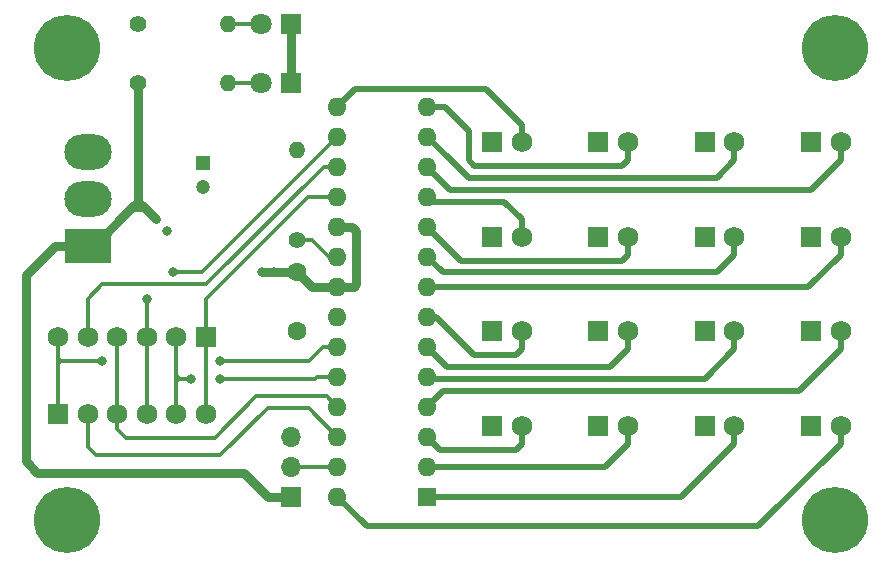
<source format=gbr>
G04 #@! TF.GenerationSoftware,KiCad,Pcbnew,(5.0.0)*
G04 #@! TF.CreationDate,2018-12-11T22:23:17+01:00*
G04 #@! TF.ProjectId,TLC5940_LED_driver_board-rev_1.0,544C43353934305F4C45445F64726976,rev?*
G04 #@! TF.SameCoordinates,Original*
G04 #@! TF.FileFunction,Copper,L1,Top,Signal*
G04 #@! TF.FilePolarity,Positive*
%FSLAX46Y46*%
G04 Gerber Fmt 4.6, Leading zero omitted, Abs format (unit mm)*
G04 Created by KiCad (PCBNEW (5.0.0)) date 12/11/18 22:23:17*
%MOMM*%
%LPD*%
G01*
G04 APERTURE LIST*
G04 #@! TA.AperFunction,ComponentPad*
%ADD10O,1.600000X1.600000*%
G04 #@! TD*
G04 #@! TA.AperFunction,ComponentPad*
%ADD11R,1.600000X1.600000*%
G04 #@! TD*
G04 #@! TA.AperFunction,ComponentPad*
%ADD12R,1.750000X1.750000*%
G04 #@! TD*
G04 #@! TA.AperFunction,ComponentPad*
%ADD13C,1.750000*%
G04 #@! TD*
G04 #@! TA.AperFunction,ComponentPad*
%ADD14C,5.600000*%
G04 #@! TD*
G04 #@! TA.AperFunction,ComponentPad*
%ADD15C,1.200000*%
G04 #@! TD*
G04 #@! TA.AperFunction,ComponentPad*
%ADD16R,1.200000X1.200000*%
G04 #@! TD*
G04 #@! TA.AperFunction,ComponentPad*
%ADD17O,1.700000X1.700000*%
G04 #@! TD*
G04 #@! TA.AperFunction,ComponentPad*
%ADD18R,1.700000X1.700000*%
G04 #@! TD*
G04 #@! TA.AperFunction,ComponentPad*
%ADD19O,1.400000X1.400000*%
G04 #@! TD*
G04 #@! TA.AperFunction,ComponentPad*
%ADD20C,1.400000*%
G04 #@! TD*
G04 #@! TA.AperFunction,ComponentPad*
%ADD21O,4.000000X3.000000*%
G04 #@! TD*
G04 #@! TA.AperFunction,ComponentPad*
%ADD22R,4.000000X3.000000*%
G04 #@! TD*
G04 #@! TA.AperFunction,ComponentPad*
%ADD23C,1.800000*%
G04 #@! TD*
G04 #@! TA.AperFunction,ComponentPad*
%ADD24R,1.800000X1.800000*%
G04 #@! TD*
G04 #@! TA.AperFunction,ComponentPad*
%ADD25C,1.600000*%
G04 #@! TD*
G04 #@! TA.AperFunction,ViaPad*
%ADD26C,0.800000*%
G04 #@! TD*
G04 #@! TA.AperFunction,Conductor*
%ADD27C,0.750000*%
G04 #@! TD*
G04 #@! TA.AperFunction,Conductor*
%ADD28C,0.500000*%
G04 #@! TD*
G04 #@! TA.AperFunction,Conductor*
%ADD29C,0.350000*%
G04 #@! TD*
G04 APERTURE END LIST*
D10*
G04 #@! TO.P,U1,28*
G04 #@! TO.N,Net-(J0-Pad2)*
X42880000Y-58000000D03*
G04 #@! TO.P,U1,14*
G04 #@! TO.N,Net-(J14-Pad2)*
X50500000Y-24980000D03*
G04 #@! TO.P,U1,27*
G04 #@! TO.N,Net-(J16-Pad2)*
X42880000Y-55460000D03*
G04 #@! TO.P,U1,13*
G04 #@! TO.N,Net-(J13-Pad2)*
X50500000Y-27520000D03*
G04 #@! TO.P,U1,26*
G04 #@! TO.N,Net-(J17-Pad2)*
X42880000Y-52920000D03*
G04 #@! TO.P,U1,12*
G04 #@! TO.N,Net-(J12-Pad2)*
X50500000Y-30060000D03*
G04 #@! TO.P,U1,25*
G04 #@! TO.N,Net-(J17-Pad3)*
X42880000Y-50380000D03*
G04 #@! TO.P,U1,11*
G04 #@! TO.N,Net-(J11-Pad2)*
X50500000Y-32600000D03*
G04 #@! TO.P,U1,24*
G04 #@! TO.N,Net-(J17-Pad5)*
X42880000Y-47840000D03*
G04 #@! TO.P,U1,10*
G04 #@! TO.N,Net-(J10-Pad2)*
X50500000Y-35140000D03*
G04 #@! TO.P,U1,23*
G04 #@! TO.N,Net-(J17-Pad1)*
X42880000Y-45300000D03*
G04 #@! TO.P,U1,9*
G04 #@! TO.N,Net-(J9-Pad2)*
X50500000Y-37680000D03*
G04 #@! TO.P,U1,22*
G04 #@! TO.N,GND*
X42880000Y-42760000D03*
G04 #@! TO.P,U1,8*
G04 #@! TO.N,Net-(J8-Pad2)*
X50500000Y-40220000D03*
G04 #@! TO.P,U1,21*
G04 #@! TO.N,VCC*
X42880000Y-40220000D03*
G04 #@! TO.P,U1,7*
G04 #@! TO.N,Net-(J7-Pad2)*
X50500000Y-42760000D03*
G04 #@! TO.P,U1,20*
G04 #@! TO.N,Net-(R1-Pad1)*
X42880000Y-37680000D03*
G04 #@! TO.P,U1,6*
G04 #@! TO.N,Net-(J6-Pad2)*
X50500000Y-45300000D03*
G04 #@! TO.P,U1,19*
G04 #@! TO.N,VCC*
X42880000Y-35140000D03*
G04 #@! TO.P,U1,5*
G04 #@! TO.N,Net-(J5-Pad2)*
X50500000Y-47840000D03*
G04 #@! TO.P,U1,18*
G04 #@! TO.N,Net-(J17-Pad6)*
X42880000Y-32600000D03*
G04 #@! TO.P,U1,4*
G04 #@! TO.N,Net-(J4-Pad2)*
X50500000Y-50380000D03*
G04 #@! TO.P,U1,17*
G04 #@! TO.N,Net-(J18-Pad5)*
X42880000Y-30060000D03*
G04 #@! TO.P,U1,3*
G04 #@! TO.N,Net-(J3-Pad2)*
X50500000Y-52920000D03*
G04 #@! TO.P,U1,16*
G04 #@! TO.N,Net-(J17-Pad4)*
X42880000Y-27520000D03*
G04 #@! TO.P,U1,2*
G04 #@! TO.N,Net-(J2-Pad2)*
X50500000Y-55460000D03*
G04 #@! TO.P,U1,15*
G04 #@! TO.N,Net-(J15-Pad2)*
X42880000Y-24980000D03*
D11*
G04 #@! TO.P,U1,1*
G04 #@! TO.N,Net-(J1-Pad2)*
X50500000Y-58000000D03*
G04 #@! TD*
D12*
G04 #@! TO.P,J4,1*
G04 #@! TO.N,+12V*
X83000000Y-44000000D03*
D13*
G04 #@! TO.P,J4,2*
G04 #@! TO.N,Net-(J4-Pad2)*
X85500000Y-44000000D03*
G04 #@! TD*
D12*
G04 #@! TO.P,J11,1*
G04 #@! TO.N,+12V*
X56000000Y-36000000D03*
D13*
G04 #@! TO.P,J11,2*
G04 #@! TO.N,Net-(J11-Pad2)*
X58500000Y-36000000D03*
G04 #@! TD*
D14*
G04 #@! TO.P,REF\002A\002A,1*
G04 #@! TO.N,N/C*
X20000000Y-20000000D03*
G04 #@! TD*
G04 #@! TO.P,REF\002A\002A,1*
G04 #@! TO.N,N/C*
X85000000Y-60000000D03*
G04 #@! TD*
G04 #@! TO.P,REF\002A\002A,1*
G04 #@! TO.N,N/C*
X20000000Y-60000000D03*
G04 #@! TD*
D15*
G04 #@! TO.P,C2,2*
G04 #@! TO.N,GND*
X31500000Y-31750000D03*
D16*
G04 #@! TO.P,C2,1*
G04 #@! TO.N,+12V*
X31500000Y-29750000D03*
G04 #@! TD*
D12*
G04 #@! TO.P,J0,1*
G04 #@! TO.N,+12V*
X83000000Y-52000000D03*
D13*
G04 #@! TO.P,J0,2*
G04 #@! TO.N,Net-(J0-Pad2)*
X85500000Y-52000000D03*
G04 #@! TD*
G04 #@! TO.P,J1,2*
G04 #@! TO.N,Net-(J1-Pad2)*
X76500000Y-52000000D03*
D12*
G04 #@! TO.P,J1,1*
G04 #@! TO.N,+12V*
X74000000Y-52000000D03*
G04 #@! TD*
G04 #@! TO.P,J2,1*
G04 #@! TO.N,+12V*
X65000000Y-52000000D03*
D13*
G04 #@! TO.P,J2,2*
G04 #@! TO.N,Net-(J2-Pad2)*
X67500000Y-52000000D03*
G04 #@! TD*
G04 #@! TO.P,J3,2*
G04 #@! TO.N,Net-(J3-Pad2)*
X58500000Y-52000000D03*
D12*
G04 #@! TO.P,J3,1*
G04 #@! TO.N,+12V*
X56000000Y-52000000D03*
G04 #@! TD*
D13*
G04 #@! TO.P,J5,2*
G04 #@! TO.N,Net-(J5-Pad2)*
X76500000Y-44000000D03*
D12*
G04 #@! TO.P,J5,1*
G04 #@! TO.N,+12V*
X74000000Y-44000000D03*
G04 #@! TD*
G04 #@! TO.P,J6,1*
G04 #@! TO.N,+12V*
X65000000Y-44000000D03*
D13*
G04 #@! TO.P,J6,2*
G04 #@! TO.N,Net-(J6-Pad2)*
X67500000Y-44000000D03*
G04 #@! TD*
G04 #@! TO.P,J7,2*
G04 #@! TO.N,Net-(J7-Pad2)*
X58500000Y-44000000D03*
D12*
G04 #@! TO.P,J7,1*
G04 #@! TO.N,+12V*
X56000000Y-44000000D03*
G04 #@! TD*
G04 #@! TO.P,J8,1*
G04 #@! TO.N,+12V*
X83000000Y-36000000D03*
D13*
G04 #@! TO.P,J8,2*
G04 #@! TO.N,Net-(J8-Pad2)*
X85500000Y-36000000D03*
G04 #@! TD*
G04 #@! TO.P,J9,2*
G04 #@! TO.N,Net-(J9-Pad2)*
X76500000Y-36000000D03*
D12*
G04 #@! TO.P,J9,1*
G04 #@! TO.N,+12V*
X74000000Y-36000000D03*
G04 #@! TD*
D13*
G04 #@! TO.P,J10,2*
G04 #@! TO.N,Net-(J10-Pad2)*
X67500000Y-36000000D03*
D12*
G04 #@! TO.P,J10,1*
G04 #@! TO.N,+12V*
X65000000Y-36000000D03*
G04 #@! TD*
D13*
G04 #@! TO.P,J12,2*
G04 #@! TO.N,Net-(J12-Pad2)*
X85500000Y-28000000D03*
D12*
G04 #@! TO.P,J12,1*
G04 #@! TO.N,+12V*
X83000000Y-28000000D03*
G04 #@! TD*
G04 #@! TO.P,J13,1*
G04 #@! TO.N,+12V*
X74000000Y-28000000D03*
D13*
G04 #@! TO.P,J13,2*
G04 #@! TO.N,Net-(J13-Pad2)*
X76500000Y-28000000D03*
G04 #@! TD*
G04 #@! TO.P,J14,2*
G04 #@! TO.N,Net-(J14-Pad2)*
X67500000Y-28000000D03*
D12*
G04 #@! TO.P,J14,1*
G04 #@! TO.N,+12V*
X65000000Y-28000000D03*
G04 #@! TD*
G04 #@! TO.P,J15,1*
G04 #@! TO.N,+12V*
X56000000Y-28000000D03*
D13*
G04 #@! TO.P,J15,2*
G04 #@! TO.N,Net-(J15-Pad2)*
X58500000Y-28000000D03*
G04 #@! TD*
D17*
G04 #@! TO.P,J16,3*
G04 #@! TO.N,GND*
X39000000Y-52920000D03*
G04 #@! TO.P,J16,2*
G04 #@! TO.N,Net-(J16-Pad2)*
X39000000Y-55460000D03*
D18*
G04 #@! TO.P,J16,1*
G04 #@! TO.N,VCC*
X39000000Y-58000000D03*
G04 #@! TD*
D12*
G04 #@! TO.P,J17,1*
G04 #@! TO.N,Net-(J17-Pad1)*
X19266702Y-50997261D03*
D13*
G04 #@! TO.P,J17,2*
G04 #@! TO.N,Net-(J17-Pad2)*
X21766702Y-50997261D03*
G04 #@! TO.P,J17,3*
G04 #@! TO.N,Net-(J17-Pad3)*
X24266702Y-50997261D03*
G04 #@! TO.P,J17,4*
G04 #@! TO.N,Net-(J17-Pad4)*
X26766702Y-50997261D03*
G04 #@! TO.P,J17,5*
G04 #@! TO.N,Net-(J17-Pad5)*
X29266702Y-50997261D03*
G04 #@! TO.P,J17,6*
G04 #@! TO.N,Net-(J17-Pad6)*
X31766702Y-50997261D03*
G04 #@! TD*
G04 #@! TO.P,J18,6*
G04 #@! TO.N,Net-(J17-Pad1)*
X19266702Y-44497261D03*
G04 #@! TO.P,J18,5*
G04 #@! TO.N,Net-(J18-Pad5)*
X21766702Y-44497261D03*
G04 #@! TO.P,J18,4*
G04 #@! TO.N,Net-(J17-Pad3)*
X24266702Y-44497261D03*
G04 #@! TO.P,J18,3*
G04 #@! TO.N,Net-(J17-Pad4)*
X26766702Y-44497261D03*
G04 #@! TO.P,J18,2*
G04 #@! TO.N,Net-(J17-Pad5)*
X29266702Y-44497261D03*
D12*
G04 #@! TO.P,J18,1*
G04 #@! TO.N,Net-(J17-Pad6)*
X31766702Y-44497261D03*
G04 #@! TD*
D19*
G04 #@! TO.P,R1,2*
G04 #@! TO.N,GND*
X39500000Y-28600400D03*
D20*
G04 #@! TO.P,R1,1*
G04 #@! TO.N,Net-(R1-Pad1)*
X39500000Y-36220400D03*
G04 #@! TD*
D14*
G04 #@! TO.P,REF\002A\002A,1*
G04 #@! TO.N,N/C*
X85000000Y-20000000D03*
G04 #@! TD*
D21*
G04 #@! TO.P,J20,3*
G04 #@! TO.N,+12V*
X21750000Y-28825200D03*
G04 #@! TO.P,J20,2*
G04 #@! TO.N,GND*
X21750000Y-32787600D03*
D22*
G04 #@! TO.P,J20,1*
G04 #@! TO.N,VCC*
X21750000Y-36750000D03*
G04 #@! TD*
D23*
G04 #@! TO.P,D1,2*
G04 #@! TO.N,Net-(D1-Pad2)*
X36460000Y-23000000D03*
D24*
G04 #@! TO.P,D1,1*
G04 #@! TO.N,GND*
X39000000Y-23000000D03*
G04 #@! TD*
G04 #@! TO.P,D2,1*
G04 #@! TO.N,GND*
X39000000Y-18000000D03*
D23*
G04 #@! TO.P,D2,2*
G04 #@! TO.N,Net-(D2-Pad2)*
X36460000Y-18000000D03*
G04 #@! TD*
D20*
G04 #@! TO.P,R2,1*
G04 #@! TO.N,VCC*
X26000000Y-23000000D03*
D19*
G04 #@! TO.P,R2,2*
G04 #@! TO.N,Net-(D1-Pad2)*
X33620000Y-23000000D03*
G04 #@! TD*
G04 #@! TO.P,R3,2*
G04 #@! TO.N,Net-(D2-Pad2)*
X33620000Y-18000000D03*
D20*
G04 #@! TO.P,R3,1*
G04 #@! TO.N,+12V*
X26000000Y-18000000D03*
G04 #@! TD*
D25*
G04 #@! TO.P,C1,2*
G04 #@! TO.N,GND*
X39500000Y-44000000D03*
G04 #@! TO.P,C1,1*
G04 #@! TO.N,VCC*
X39500000Y-39000000D03*
G04 #@! TD*
D26*
G04 #@! TO.N,VCC*
X27500000Y-34500000D03*
X37500000Y-39000000D03*
X36500000Y-39000000D03*
X28500000Y-35500000D03*
G04 #@! TO.N,Net-(J17-Pad1)*
X23000000Y-46500000D03*
X33000000Y-46500000D03*
G04 #@! TO.N,Net-(J17-Pad4)*
X26766702Y-41233298D03*
X29000000Y-39000000D03*
G04 #@! TO.N,Net-(J17-Pad5)*
X33000000Y-48000000D03*
X30500000Y-48000000D03*
G04 #@! TD*
D27*
G04 #@! TO.N,GND*
X39000000Y-18000000D02*
X39000000Y-23000000D01*
G04 #@! TO.N,VCC*
X40720000Y-40220000D02*
X42880000Y-40220000D01*
X39500000Y-39000000D02*
X40720000Y-40220000D01*
X42880000Y-40220000D02*
X44280000Y-40220000D01*
X42880000Y-35140000D02*
X44140000Y-35140000D01*
X44140000Y-35140000D02*
X44500000Y-35500000D01*
X44280000Y-40220000D02*
X44500000Y-40000000D01*
X44500000Y-35500000D02*
X44500000Y-40000000D01*
X22250000Y-36750000D02*
X21750000Y-36750000D01*
X26000000Y-23000000D02*
X26000000Y-33000000D01*
X25500000Y-33500000D02*
X26500000Y-33500000D01*
X26000000Y-33000000D02*
X26500000Y-33500000D01*
X25500000Y-33500000D02*
X22250000Y-36750000D01*
X26000000Y-33000000D02*
X25500000Y-33500000D01*
X19000000Y-36750000D02*
X16500000Y-39250000D01*
X21750000Y-36750000D02*
X19000000Y-36750000D01*
X16500000Y-39250000D02*
X16500000Y-55000000D01*
X16500000Y-55000000D02*
X17500000Y-56000000D01*
X17500000Y-56000000D02*
X35000000Y-56000000D01*
X37000000Y-58000000D02*
X39000000Y-58000000D01*
X35000000Y-56000000D02*
X37000000Y-58000000D01*
X26500000Y-33500000D02*
X27500000Y-34500000D01*
X39500000Y-39000000D02*
X37500000Y-39000000D01*
X37500000Y-39000000D02*
X36500000Y-39000000D01*
D28*
G04 #@! TO.N,Net-(J0-Pad2)*
X45380000Y-60500000D02*
X42880000Y-58000000D01*
X78500000Y-60500000D02*
X45380000Y-60500000D01*
X85500000Y-52000000D02*
X85500000Y-53500000D01*
X85500000Y-53500000D02*
X78500000Y-60500000D01*
G04 #@! TO.N,Net-(J1-Pad2)*
X72000000Y-58000000D02*
X50500000Y-58000000D01*
X76500000Y-52000000D02*
X76500000Y-53500000D01*
X76500000Y-53500000D02*
X72000000Y-58000000D01*
G04 #@! TO.N,Net-(J2-Pad2)*
X65540000Y-55460000D02*
X50500000Y-55460000D01*
X67500000Y-52000000D02*
X67500000Y-53500000D01*
X67500000Y-53500000D02*
X65540000Y-55460000D01*
G04 #@! TO.N,Net-(J3-Pad2)*
X51580000Y-54000000D02*
X50500000Y-52920000D01*
X58000000Y-54000000D02*
X51580000Y-54000000D01*
X58500000Y-52000000D02*
X58500000Y-53500000D01*
X58500000Y-53500000D02*
X58000000Y-54000000D01*
G04 #@! TO.N,Net-(J4-Pad2)*
X51880000Y-49000000D02*
X50500000Y-50380000D01*
X82000000Y-49000000D02*
X51880000Y-49000000D01*
X85500000Y-44000000D02*
X85500000Y-45500000D01*
X85500000Y-45500000D02*
X82000000Y-49000000D01*
G04 #@! TO.N,Net-(J5-Pad2)*
X50660000Y-48000000D02*
X50500000Y-47840000D01*
X74000000Y-48000000D02*
X50660000Y-48000000D01*
X76500000Y-44000000D02*
X76500000Y-45500000D01*
X76500000Y-45500000D02*
X74000000Y-48000000D01*
G04 #@! TO.N,Net-(J6-Pad2)*
X52200000Y-47000000D02*
X50500000Y-45300000D01*
X66000000Y-47000000D02*
X52200000Y-47000000D01*
X67500000Y-44000000D02*
X67500000Y-45500000D01*
X67500000Y-45500000D02*
X66000000Y-47000000D01*
G04 #@! TO.N,Net-(J7-Pad2)*
X51260000Y-42760000D02*
X50500000Y-42760000D01*
X54500000Y-46000000D02*
X51260000Y-42760000D01*
X58000000Y-46000000D02*
X54500000Y-46000000D01*
X58500000Y-44000000D02*
X58500000Y-45500000D01*
X58500000Y-45500000D02*
X58000000Y-46000000D01*
G04 #@! TO.N,Net-(J8-Pad2)*
X82780000Y-40220000D02*
X50500000Y-40220000D01*
X85500000Y-36000000D02*
X85500000Y-37500000D01*
X85500000Y-37500000D02*
X82780000Y-40220000D01*
G04 #@! TO.N,Net-(J9-Pad2)*
X51820000Y-39000000D02*
X50500000Y-37680000D01*
X75000000Y-39000000D02*
X51820000Y-39000000D01*
X76500000Y-36000000D02*
X76500000Y-37500000D01*
X76500000Y-37500000D02*
X75000000Y-39000000D01*
G04 #@! TO.N,Net-(J10-Pad2)*
X53360000Y-38000000D02*
X50500000Y-35140000D01*
X67000000Y-38000000D02*
X53360000Y-38000000D01*
X67500000Y-36000000D02*
X67500000Y-37500000D01*
X67500000Y-37500000D02*
X67000000Y-38000000D01*
G04 #@! TO.N,Net-(J11-Pad2)*
X50900000Y-33000000D02*
X50500000Y-32600000D01*
X57000000Y-33000000D02*
X50900000Y-33000000D01*
X58500000Y-36000000D02*
X58500000Y-34500000D01*
X58500000Y-34500000D02*
X57000000Y-33000000D01*
G04 #@! TO.N,Net-(J12-Pad2)*
X85500000Y-28000000D02*
X85500000Y-29500000D01*
X85500000Y-29500000D02*
X83000000Y-32000000D01*
X52440000Y-32000000D02*
X50500000Y-30060000D01*
X83000000Y-32000000D02*
X52440000Y-32000000D01*
G04 #@! TO.N,Net-(J13-Pad2)*
X76500000Y-28000000D02*
X76500000Y-29500000D01*
X76500000Y-29500000D02*
X75000000Y-31000000D01*
X75000000Y-31000000D02*
X54000000Y-31000000D01*
X54000000Y-31000000D02*
X52500000Y-29500000D01*
X52480000Y-29500000D02*
X50500000Y-27520000D01*
X52500000Y-29500000D02*
X52480000Y-29500000D01*
G04 #@! TO.N,Net-(J14-Pad2)*
X51980000Y-24980000D02*
X50500000Y-24980000D01*
X67500000Y-29500000D02*
X67000000Y-30000000D01*
X67000000Y-30000000D02*
X54500000Y-30000000D01*
X67500000Y-28000000D02*
X67500000Y-29500000D01*
X54500000Y-30000000D02*
X54000000Y-29500000D01*
X54000000Y-29500000D02*
X54000000Y-27000000D01*
X54000000Y-27000000D02*
X51980000Y-24980000D01*
G04 #@! TO.N,Net-(J15-Pad2)*
X58500000Y-28000000D02*
X58500000Y-26500000D01*
X58500000Y-26500000D02*
X55500000Y-23500000D01*
X44360000Y-23500000D02*
X42880000Y-24980000D01*
X55500000Y-23500000D02*
X44360000Y-23500000D01*
D29*
G04 #@! TO.N,Net-(J16-Pad2)*
X41748630Y-55460000D02*
X39000000Y-55460000D01*
X42880000Y-55460000D02*
X41748630Y-55460000D01*
G04 #@! TO.N,Net-(J17-Pad1)*
X19266702Y-46000000D02*
X19266702Y-46266702D01*
X19266702Y-44497261D02*
X19266702Y-46000000D01*
X19266702Y-46266702D02*
X19500000Y-46500000D01*
X19266702Y-46733298D02*
X19500000Y-46500000D01*
X19266702Y-47000000D02*
X19266702Y-46733298D01*
X19266702Y-47000000D02*
X19266702Y-50997261D01*
X19266702Y-46000000D02*
X19266702Y-47000000D01*
X19500000Y-46500000D02*
X23000000Y-46500000D01*
X41700000Y-45300000D02*
X42880000Y-45300000D01*
X33000000Y-46500000D02*
X40500000Y-46500000D01*
X40500000Y-46500000D02*
X41700000Y-45300000D01*
G04 #@! TO.N,Net-(J17-Pad2)*
X21766702Y-53766702D02*
X21766702Y-50997261D01*
X22500000Y-54500000D02*
X21766702Y-53766702D01*
X33000000Y-54500000D02*
X22500000Y-54500000D01*
X37000000Y-50500000D02*
X33000000Y-54500000D01*
X42880000Y-52920000D02*
X40460000Y-50500000D01*
X40460000Y-50500000D02*
X37000000Y-50500000D01*
G04 #@! TO.N,Net-(J17-Pad3)*
X24266702Y-44497261D02*
X24266702Y-50997261D01*
X42880000Y-50380000D02*
X42000000Y-49500000D01*
X42000000Y-49500000D02*
X36000000Y-49500000D01*
X36000000Y-49500000D02*
X32500000Y-53000000D01*
X32500000Y-53000000D02*
X25000000Y-53000000D01*
X24266702Y-52266702D02*
X24266702Y-50997261D01*
X25000000Y-53000000D02*
X24266702Y-52266702D01*
G04 #@! TO.N,Net-(J17-Pad4)*
X26766702Y-44497261D02*
X26766702Y-50997261D01*
X26766702Y-44497261D02*
X26766702Y-41233298D01*
X42880000Y-27520000D02*
X31400000Y-39000000D01*
X31400000Y-39000000D02*
X29000000Y-39000000D01*
G04 #@! TO.N,Net-(J17-Pad5)*
X29266702Y-44497261D02*
X29266702Y-47500000D01*
X29266702Y-48500000D02*
X29266702Y-50997261D01*
X42880000Y-47840000D02*
X41160000Y-47840000D01*
X41000000Y-48000000D02*
X33000000Y-48000000D01*
X41160000Y-47840000D02*
X41000000Y-48000000D01*
X30500000Y-48000000D02*
X29766702Y-48000000D01*
X29500000Y-47983298D02*
X29266702Y-47750000D01*
X29500000Y-48000000D02*
X29500000Y-47983298D01*
X29266702Y-47750000D02*
X29266702Y-48000000D01*
X29266702Y-47500000D02*
X29266702Y-47750000D01*
X29500000Y-48000000D02*
X29266702Y-48000000D01*
X29766702Y-48000000D02*
X29500000Y-48000000D01*
X29500000Y-48016702D02*
X29266702Y-48250000D01*
X29500000Y-48000000D02*
X29500000Y-48016702D01*
X29266702Y-48000000D02*
X29266702Y-48250000D01*
X29266702Y-48250000D02*
X29266702Y-48500000D01*
G04 #@! TO.N,Net-(J17-Pad6)*
X31766702Y-44497261D02*
X31766702Y-50997261D01*
X31766702Y-44497261D02*
X31766702Y-41233298D01*
X40400000Y-32600000D02*
X42880000Y-32600000D01*
X31766702Y-41233298D02*
X40400000Y-32600000D01*
G04 #@! TO.N,Net-(J18-Pad5)*
X21766702Y-44497261D02*
X21766702Y-41233298D01*
X21766702Y-41233298D02*
X23000000Y-40000000D01*
X41748630Y-30060000D02*
X42880000Y-30060000D01*
X31808630Y-40000000D02*
X41748630Y-30060000D01*
X23000000Y-40000000D02*
X31808630Y-40000000D01*
G04 #@! TO.N,Net-(R1-Pad1)*
X39500000Y-36220400D02*
X40489949Y-36220400D01*
X42880000Y-37680000D02*
X42180000Y-37680000D01*
X40720400Y-36220400D02*
X40489949Y-36220400D01*
X42180000Y-37680000D02*
X40720400Y-36220400D01*
G04 #@! TO.N,Net-(D1-Pad2)*
X33620000Y-23000000D02*
X36460000Y-23000000D01*
G04 #@! TO.N,Net-(D2-Pad2)*
X33620000Y-18000000D02*
X36460000Y-18000000D01*
G04 #@! TD*
M02*

</source>
